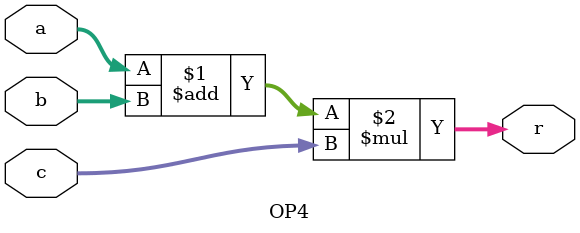
<source format=v>
module OP4(

input [7:0]a,b,c,
output [15:0]r

);

assign r = (a+b)*c;

endmodule


</source>
